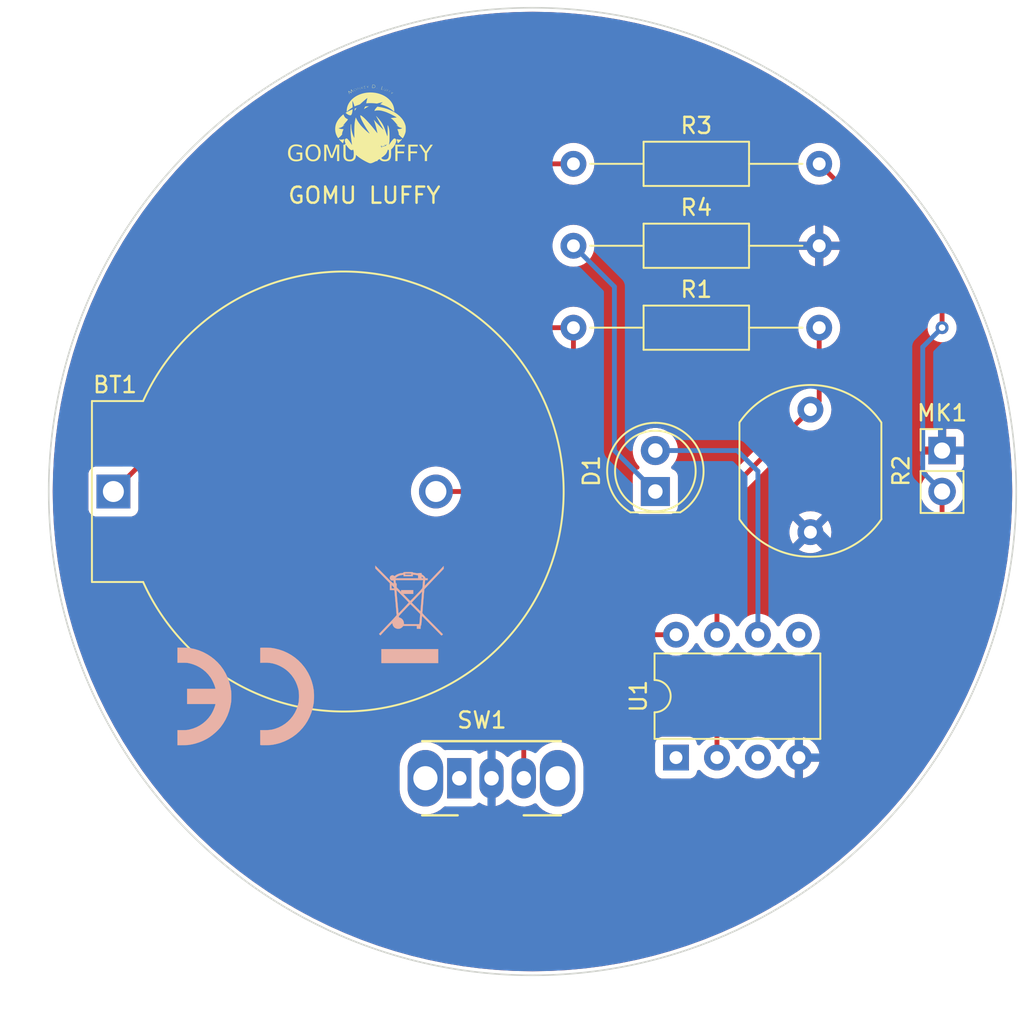
<source format=kicad_pcb>
(kicad_pcb (version 20221018) (generator pcbnew)
  (layers (0 "F.Cu" signal) (31 "B.Cu" signal) (34 "B.Paste" user) (35 "F.Paste" user) (36 "B.SilkS" user "B.Silkscreen") (37 "F.SilkS" user "F.Silkscreen") (38 "B.Mask" user) (39 "F.Mask" user) (44 "Edge.Cuts" user))
  (net 0 "")
  (net 1 "+3.3V")
  (net 2 "Net-(BT1--)")
  (net 3 "/LED")
  (net 4 "GND")
  (net 5 "/MIC")
  (net 6 "/LDR")
  (net 11 "Net-(D1-K)")
  (footprint "Package_DIP:DIP-8_W7.62mm" (layer "F.Cu") (at 146.06 107.94 90)
    (fp_text reference "U1")
    (fp_text value "ATtiny85V-10P")
  )
  (footprint "LED_THT:LED_D5.0mm" (layer "F.Cu") (at 144.78 91.44 90)
    (fp_text reference "D1")
    (fp_text value "5mm Yellow LED")
  )
  (footprint "OptoDevice:R_LDR_10x8.5mm_P7.6mm_Vertical" (layer "F.Cu") (at 154.395 86.36 -90)
    (fp_text reference "R2")
    (fp_text value "5mm LDR")
  )
  (footprint "Symbol:KiCad-Logo2_5mm_Copper" (layer "F.Cu") (at 119.38 96.52)
    (fp_text reference "REF**" hide)
    (fp_text value "KiCad-Logo2_5mm_Copper" hide)
  )
  (footprint "logo:luffy" (layer "F.Cu") (at 127 68.58)
    (fp_text reference "G***" hide)
    (fp_text value "LOGO" hide)
  )
  (footprint "Resistor_THT:R_Axial_DIN0207_L6.3mm_D2.5mm_P15.24mm_Horizontal" (layer "F.Cu") (at 139.7 76.2)
    (fp_text reference "R4")
    (fp_text value "470R")
  )
  (footprint "Resistor_THT:R_Axial_DIN0207_L6.3mm_D2.5mm_P15.24mm_Horizontal" (layer "F.Cu") (at 139.7 71.12)
    (fp_text reference "R3")
    (fp_text value "5.6k")
  )
  (footprint "Resistor_THT:R_Axial_DIN0207_L6.3mm_D2.5mm_P15.24mm_Horizontal" (layer "F.Cu") (at 139.7 81.28)
    (fp_text reference "R1")
    (fp_text value "10k")
  )
  (footprint "Button_Switch_THT:SW_CuK_OS102011MA1QN1_SPDT_Angled" (layer "F.Cu") (at 132.62 109.22)
    (fp_text reference "SW1")
    (fp_text value "SW_SPDT")
  )
  (footprint "Battery:BatteryHolder_ComfortableElectronic_CH273-2450_1x2450" (layer "F.Cu") (at 111.170914 91.44)
    (fp_text reference "BT1")
    (fp_text value "Battery_Cell")
  )
  (footprint "Connector_PinHeader_2.54mm:PinHeader_1x02_P2.54mm_Vertical" (layer "F.Cu") (at 162.56 88.9)
    (fp_text reference "MK1")
    (fp_text value "Microphone_Condenser")
  )
  (footprint "Symbol:WEEE-Logo_4.2x6mm_SilkScreen" (layer "B.Cu") (at 129.54 99.06 180)
    (fp_text reference "REF**" hide)
    (fp_text value "WEEE-Logo_4.2x6mm_SilkScreen" hide)
  )
  (footprint "Symbol:CE-Logo_8.5x6mm_SilkScreen" (layer "B.Cu") (at 119.38 104.14 180)
    (fp_text reference "REF**" hide)
    (fp_text value "CE-Logo_8.5x6mm_SilkScreen" hide)
  )
  (gr_circle locked (center 137.16 91.44) (end 167.16 91.44) (stroke (width 0.1)) (fill none) (layer "Edge.Cuts"))
  (gr_text "GOMU LUFFY" (at 121.92 71.12) (layer "F.SilkS") (effects (font (size 1 1)) (justify left bottom)))
  (gr_text "GOMU LUFFY" (at 121.92 73.66) (layer "F.SilkS") (effects (font (size 1 1)) (justify left bottom)))
  (segment (start 139.7 96.52) (end 139.7 81.28) (width 0.3) (layer "F.Cu") (net 1))
  (segment (start 137.16 71.12) (end 134.62 73.66) (width 0.3) (layer "F.Cu") (net 1))
  (segment (start 134.62 78.74) (end 137.16 81.28) (width 0.3) (layer "F.Cu") (net 1))
  (segment (start 139.7 81.28) (end 121.330914 81.28) (width 0.3) (layer "F.Cu") (net 1))
  (segment (start 139.7 71.12) (end 137.16 71.12) (width 0.3) (layer "F.Cu") (net 1))
  (segment (start 146.06 100.32) (end 143.5 100.32) (width 0.3) (layer "F.Cu") (net 1))
  (segment (start 143.5 100.32) (end 139.7 96.52) (width 0.3) (layer "F.Cu") (net 1))
  (segment (start 121.330914 81.28) (end 111.170914 91.44) (width 0.3) (layer "F.Cu") (net 1))
  (segment (start 134.62 73.66) (end 134.62 78.74) (width 0.3) (layer "F.Cu") (net 1))
  (segment (start 136.62 93.44) (end 136.62 109.22) (width 0.3) (layer "F.Cu") (net 2))
  (segment (start 131.170914 91.44) (end 134.62 91.44) (width 0.3) (layer "F.Cu") (net 2))
  (segment (start 134.62 91.44) (end 136.62 93.44) (width 0.3) (layer "F.Cu") (net 2))
  (segment (start 151.14 90.18) (end 149.86 88.9) (width 0.3) (layer "B.Cu") (net 3))
  (segment (start 151.14 100.32) (end 151.14 90.18) (width 0.3) (layer "B.Cu") (net 3))
  (segment (start 149.86 88.9) (end 144.78 88.9) (width 0.3) (layer "B.Cu") (net 3))
  (segment (start 153.68 113.02) (end 152.4 114.3) (width 0.5) (layer "F.Cu") (net 4))
  (segment (start 134.62 114.3) (end 134.62 109.22) (width 0.5) (layer "F.Cu") (net 4))
  (segment (start 154.94 76.2) (end 154.94 78.74) (width 0.5) (layer "F.Cu") (net 4))
  (segment (start 154.94 78.74) (end 162.56 86.36) (width 0.5) (layer "F.Cu") (net 4))
  (segment (start 159.455 88.9) (end 154.395 93.96) (width 0.3) (layer "F.Cu") (net 4))
  (segment (start 153.68 107.94) (end 153.68 113.02) (width 0.5) (layer "F.Cu") (net 4))
  (segment (start 152.4 114.3) (end 134.62 114.3) (width 0.5) (layer "F.Cu") (net 4))
  (segment (start 162.56 88.9) (end 159.455 88.9) (width 0.3) (layer "F.Cu") (net 4))
  (segment (start 162.56 86.36) (end 162.56 88.9) (width 0.5) (layer "F.Cu") (net 4))
  (segment (start 157.48 96.52) (end 154.94 93.98) (width 0.5) (layer "B.Cu") (net 4))
  (segment (start 153.68 107.94) (end 156.22 107.94) (width 0.5) (layer "B.Cu") (net 4))
  (segment (start 157.48 106.68) (end 157.48 96.52) (width 0.5) (layer "B.Cu") (net 4))
  (segment (start 156.22 107.94) (end 157.48 106.68) (width 0.5) (layer "B.Cu") (net 4))
  (segment (start 148.6 107.94) (end 148.6 105.4) (width 0.3) (layer "F.Cu") (net 5))
  (segment (start 154.94 71.12) (end 162.56 78.74) (width 0.3) (layer "F.Cu") (net 5))
  (segment (start 162.56 91.44) (end 162.56 99.06) (width 0.3) (layer "F.Cu") (net 5))
  (segment (start 149.86 104.14) (end 157.48 104.14) (width 0.3) (layer "F.Cu") (net 5))
  (segment (start 148.6 105.4) (end 149.86 104.14) (width 0.3) (layer "F.Cu") (net 5))
  (segment (start 162.56 78.74) (end 162.56 81.28) (width 0.3) (layer "F.Cu") (net 5))
  (segment (start 157.48 104.14) (end 160.02 101.6) (width 0.3) (layer "F.Cu") (net 5))
  (segment (start 162.56 99.06) (end 160.02 101.6) (width 0.3) (layer "F.Cu") (net 5))
  (via (at 162.56 81.28) (size 0.8) (drill 0.4) (layers "F.Cu" "B.Cu") (net 5))
  (segment (start 161.36 82.48) (end 162.56 81.28) (width 0.3) (layer "B.Cu") (net 5))
  (segment (start 162.56 91.44) (end 161.36 90.24) (width 0.3) (layer "B.Cu") (net 5))
  (segment (start 161.36 90.24) (end 161.36 82.48) (width 0.3) (layer "B.Cu") (net 5))
  (segment (start 154.94 85.815) (end 154.395 86.36) (width 0.3) (layer "F.Cu") (net 6))
  (segment (start 154.395 86.36) (end 148.6 92.155) (width 0.3) (layer "F.Cu") (net 6))
  (segment (start 154.94 81.28) (end 154.94 85.815) (width 0.3) (layer "F.Cu") (net 6))
  (segment (start 148.6 92.155) (end 148.6 100.32) (width 0.3) (layer "F.Cu") (net 6))
  (segment (start 139.7 76.2) (end 142.24 78.74) (width 0.3) (layer "B.Cu") (net 11))
  (segment (start 142.24 78.74) (end 142.24 88.9) (width 0.3) (layer "B.Cu") (net 11))
  (segment (start 142.24 88.9) (end 144.78 91.44) (width 0.3) (layer "B.Cu") (net 11))
  (zone (net 4) (net_name "GND") (layers "F&B.Cu") (connect_pads (clearance 0.5)) (min_thickness 0.25) (fill yes (thermal_gap 0.5) (thermal_bridge_width 0.5))
    (polygon (pts (xy 116.84 66.04) (xy 121.92 60.96) (xy 152.4 60.96) (xy 167.64 76.2) (xy 167.64 109.22) (xy 152.4 124.46) (xy 121.92 124.46) (xy 104.14 106.68) (xy 104.14 76.2) (xy 114.3 66.04)))
  )
)
</source>
